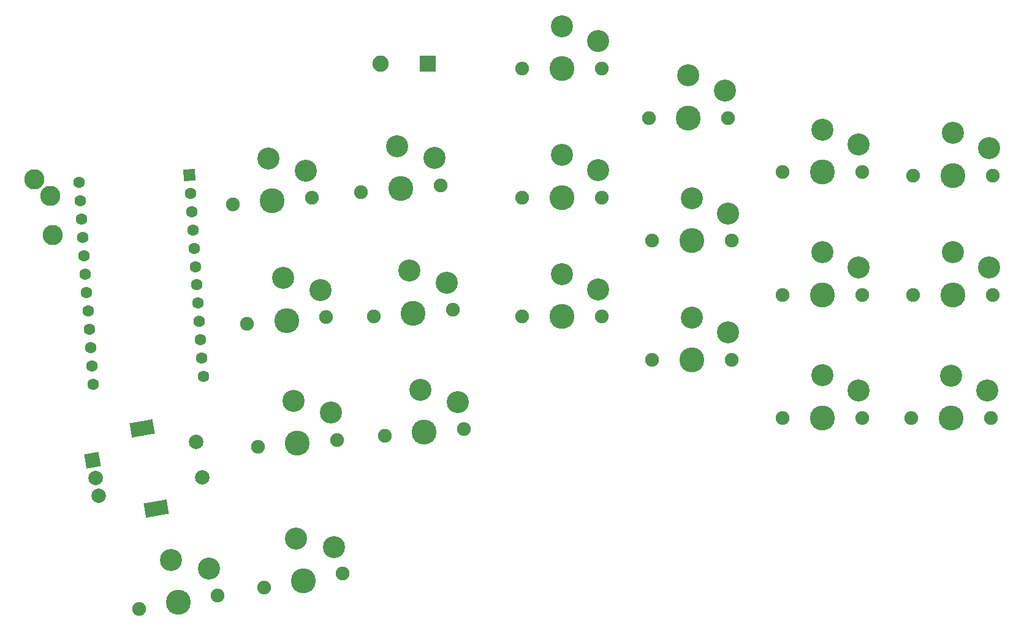
<source format=gbr>
%TF.GenerationSoftware,KiCad,Pcbnew,9.0.6-1.fc43*%
%TF.CreationDate,2026-01-15T13:14:44-05:00*%
%TF.ProjectId,Right,52696768-742e-46b6-9963-61645f706362,rev?*%
%TF.SameCoordinates,Original*%
%TF.FileFunction,Soldermask,Top*%
%TF.FilePolarity,Negative*%
%FSLAX46Y46*%
G04 Gerber Fmt 4.6, Leading zero omitted, Abs format (unit mm)*
G04 Created by KiCad (PCBNEW 9.0.6-1.fc43) date 2026-01-15 13:14:44*
%MOMM*%
%LPD*%
G01*
G04 APERTURE LIST*
G04 Aperture macros list*
%AMHorizOval*
0 Thick line with rounded ends*
0 $1 width*
0 $2 $3 position (X,Y) of the first rounded end (center of the circle)*
0 $4 $5 position (X,Y) of the second rounded end (center of the circle)*
0 Add line between two ends*
20,1,$1,$2,$3,$4,$5,0*
0 Add two circle primitives to create the rounded ends*
1,1,$1,$2,$3*
1,1,$1,$4,$5*%
%AMRotRect*
0 Rectangle, with rotation*
0 The origin of the aperture is its center*
0 $1 length*
0 $2 width*
0 $3 Rotation angle, in degrees counterclockwise*
0 Add horizontal line*
21,1,$1,$2,0,0,$3*%
G04 Aperture macros list end*
%ADD10C,1.900000*%
%ADD11C,3.050000*%
%ADD12C,3.450000*%
%ADD13C,2.800000*%
%ADD14RotRect,2.000000X2.000000X10.000000*%
%ADD15C,2.000000*%
%ADD16RotRect,3.200000X2.000000X10.000000*%
%ADD17RotRect,1.600000X1.600000X4.000000*%
%ADD18HorizOval,1.600000X0.000000X0.000000X0.000000X0.000000X0*%
%ADD19R,2.250000X2.250000*%
%ADD20C,2.250000*%
G04 APERTURE END LIST*
D10*
%TO.C,S12*%
X128350000Y-96500000D03*
D11*
X133314852Y-90143094D03*
D12*
X133829071Y-96020643D03*
D11*
X138478852Y-91799327D03*
D10*
X139308142Y-95541286D03*
%TD*%
%TO.C,S20*%
X113433556Y-135955067D03*
D11*
X117825476Y-129189634D03*
D12*
X118850000Y-135000000D03*
D11*
X123114175Y-130389489D03*
D10*
X124266444Y-134044933D03*
%TD*%
%TO.C,S17*%
X147370929Y-111979357D03*
D11*
X152335781Y-105622451D03*
D12*
X152850000Y-111500000D03*
D11*
X157499781Y-107278684D03*
D10*
X158329071Y-111020643D03*
%TD*%
%TO.C,S10*%
X166350000Y-79000000D03*
D11*
X171850000Y-73100000D03*
D12*
X171850000Y-79000000D03*
D11*
X176850000Y-75200000D03*
D10*
X177350000Y-79000000D03*
%TD*%
%TO.C,S5*%
X144114890Y-78266563D03*
D11*
X149079742Y-71909657D03*
D12*
X149593961Y-77787206D03*
D11*
X154243742Y-73565890D03*
D10*
X155073032Y-77307849D03*
%TD*%
%TO.C,S1*%
X220350000Y-76000000D03*
D11*
X225850000Y-70100000D03*
D12*
X225850000Y-76000000D03*
D11*
X230850000Y-72200000D03*
D10*
X231350000Y-76000000D03*
%TD*%
%TO.C,S11*%
X145850000Y-95500000D03*
D11*
X150814852Y-89143094D03*
D12*
X151329071Y-95020643D03*
D11*
X155978852Y-90799327D03*
D10*
X156808142Y-94541286D03*
%TD*%
%TO.C,S19*%
X130710920Y-132955067D03*
D11*
X135102839Y-126189634D03*
D12*
X136127363Y-132000000D03*
D11*
X140391538Y-127389489D03*
D10*
X141543806Y-131044933D03*
%TD*%
%TO.C,S8*%
X202350000Y-92500000D03*
D11*
X207850000Y-86600000D03*
D12*
X207850000Y-92500000D03*
D11*
X212850000Y-88700000D03*
D10*
X213350000Y-92500000D03*
%TD*%
%TO.C,S4*%
X166350000Y-61200000D03*
D11*
X171850000Y-55300000D03*
D12*
X171850000Y-61200000D03*
D11*
X176850000Y-57400000D03*
D10*
X177350000Y-61200000D03*
%TD*%
%TO.C,S6*%
X126370929Y-79979357D03*
D11*
X131335781Y-73622451D03*
D12*
X131850000Y-79500000D03*
D11*
X136499781Y-75278684D03*
D10*
X137329071Y-79020643D03*
%TD*%
%TO.C,S13*%
X220125000Y-109550000D03*
D11*
X225625000Y-103650000D03*
D12*
X225625000Y-109550000D03*
D11*
X230625000Y-105750000D03*
D10*
X231125000Y-109550000D03*
%TD*%
%TO.C,S15*%
X184350000Y-101500000D03*
D11*
X189850000Y-95600000D03*
D12*
X189850000Y-101500000D03*
D11*
X194850000Y-97700000D03*
D10*
X195350000Y-101500000D03*
%TD*%
D13*
%TO.C,J1*%
X101546203Y-84241244D03*
X99000000Y-76500000D03*
X101162543Y-78754641D03*
%TD*%
D10*
%TO.C,S3*%
X183850000Y-68000000D03*
D11*
X189350000Y-62100000D03*
D12*
X189350000Y-68000000D03*
D11*
X194350000Y-64200000D03*
D10*
X194850000Y-68000000D03*
%TD*%
%TO.C,S9*%
X184350000Y-85000000D03*
D11*
X189850000Y-79100000D03*
D12*
X189850000Y-85000000D03*
D11*
X194850000Y-81200000D03*
D10*
X195350000Y-85000000D03*
%TD*%
%TO.C,S7*%
X220350000Y-92500000D03*
D11*
X225850000Y-86600000D03*
D12*
X225850000Y-92500000D03*
D11*
X230850000Y-88700000D03*
D10*
X231350000Y-92500000D03*
%TD*%
%TO.C,S14*%
X202350000Y-109500000D03*
D11*
X207850000Y-103600000D03*
D12*
X207850000Y-109500000D03*
D11*
X212850000Y-105700000D03*
D10*
X213350000Y-109500000D03*
%TD*%
%TO.C,S2*%
X202350000Y-75500000D03*
D11*
X207850000Y-69600000D03*
D12*
X207850000Y-75500000D03*
D11*
X212850000Y-71700000D03*
D10*
X213350000Y-75500000D03*
%TD*%
D14*
%TO.C,SW1*%
X107021771Y-115340340D03*
D15*
X107890008Y-120264380D03*
X107455890Y-117802361D03*
D16*
X113869517Y-110985076D03*
X115814378Y-122014923D03*
D15*
X122169723Y-117746483D03*
X121301483Y-112822444D03*
%TD*%
D10*
%TO.C,S16*%
X166350000Y-95500000D03*
D11*
X171850000Y-89600000D03*
D12*
X171850000Y-95500000D03*
D11*
X176850000Y-91700000D03*
D10*
X177350000Y-95500000D03*
%TD*%
%TO.C,S18*%
X129850000Y-113500000D03*
D11*
X134814852Y-107143094D03*
D12*
X135329071Y-113020643D03*
D11*
X139978852Y-108799327D03*
D10*
X140808142Y-112541286D03*
%TD*%
D17*
%TO.C,U1*%
X120350000Y-75898562D03*
D18*
X120527181Y-78432375D03*
X120704362Y-80966186D03*
X120881543Y-83500000D03*
X121058726Y-86033812D03*
X121235906Y-88567624D03*
X121413087Y-91101439D03*
X121590269Y-93635251D03*
X121767452Y-96169063D03*
X121944633Y-98702876D03*
X122121814Y-101236689D03*
X122298995Y-103770500D03*
X107096119Y-104833590D03*
X106918937Y-102299777D03*
X106741757Y-99765965D03*
X106564575Y-97232152D03*
X106387395Y-94698339D03*
X106210211Y-92164526D03*
X106033029Y-89630714D03*
X105855849Y-87096901D03*
X105678667Y-84563088D03*
X105501487Y-82029276D03*
X105324305Y-79495463D03*
X105147123Y-76961651D03*
%TD*%
D19*
%TO.C,SW2*%
X153350000Y-60500000D03*
D20*
X146850000Y-60500000D03*
%TD*%
M02*

</source>
